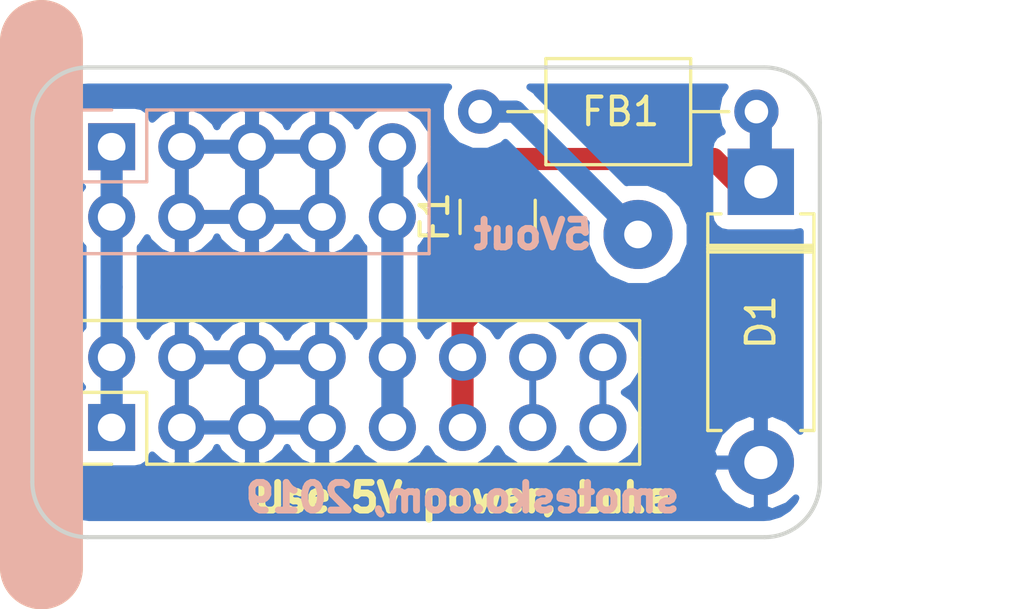
<source format=kicad_pcb>
(kicad_pcb (version 20171130) (host pcbnew "(5.0.2-5-10.14)")

  (general
    (thickness 1.6)
    (drawings 13)
    (tracks 21)
    (zones 0)
    (modules 6)
    (nets 9)
  )

  (page A4)
  (layers
    (0 F.Cu signal)
    (31 B.Cu signal)
    (32 B.Adhes user)
    (33 F.Adhes user)
    (34 B.Paste user)
    (35 F.Paste user)
    (36 B.SilkS user)
    (37 F.SilkS user)
    (38 B.Mask user)
    (39 F.Mask user)
    (40 Dwgs.User user)
    (41 Cmts.User user)
    (42 Eco1.User user)
    (43 Eco2.User user)
    (44 Edge.Cuts user)
    (45 Margin user)
    (46 B.CrtYd user)
    (47 F.CrtYd user)
    (48 B.Fab user hide)
    (49 F.Fab user hide)
  )

  (setup
    (last_trace_width 0.25)
    (trace_clearance 0.2)
    (zone_clearance 0.508)
    (zone_45_only no)
    (trace_min 0.2)
    (segment_width 0.2)
    (edge_width 0.15)
    (via_size 0.8)
    (via_drill 0.4)
    (via_min_size 0.4)
    (via_min_drill 0.3)
    (uvia_size 0.3)
    (uvia_drill 0.1)
    (uvias_allowed no)
    (uvia_min_size 0.2)
    (uvia_min_drill 0.1)
    (pcb_text_width 0.3)
    (pcb_text_size 1.5 1.5)
    (mod_edge_width 0.15)
    (mod_text_size 1 1)
    (mod_text_width 0.15)
    (pad_size 1.524 1.524)
    (pad_drill 0.762)
    (pad_to_mask_clearance 0.051)
    (solder_mask_min_width 0.25)
    (aux_axis_origin 0 0)
    (visible_elements FFFFFF7F)
    (pcbplotparams
      (layerselection 0x010fc_ffffffff)
      (usegerberextensions false)
      (usegerberattributes false)
      (usegerberadvancedattributes false)
      (creategerberjobfile false)
      (excludeedgelayer true)
      (linewidth 0.100000)
      (plotframeref false)
      (viasonmask false)
      (mode 1)
      (useauxorigin false)
      (hpglpennumber 1)
      (hpglpenspeed 20)
      (hpglpendiameter 15.000000)
      (psnegative false)
      (psa4output false)
      (plotreference true)
      (plotvalue true)
      (plotinvisibletext false)
      (padsonsilk false)
      (subtractmaskfromsilk false)
      (outputformat 1)
      (mirror false)
      (drillshape 1)
      (scaleselection 1)
      (outputdirectory ""))
  )

  (net 0 "")
  (net 1 "Net-(D1-Pad1)")
  (net 2 GND)
  (net 3 /+5V)
  (net 4 /+5VOUT)
  (net 5 /-12V)
  (net 6 /+12V)
  (net 7 "Net-(J1-Pad13)")
  (net 8 "Net-(J1-Pad15)")

  (net_class Default "This is the default net class."
    (clearance 0.2)
    (trace_width 0.25)
    (via_dia 0.8)
    (via_drill 0.4)
    (uvia_dia 0.3)
    (uvia_drill 0.1)
    (add_net "Net-(J1-Pad13)")
    (add_net "Net-(J1-Pad15)")
  )

  (net_class Power ""
    (clearance 0.2)
    (trace_width 0.8)
    (via_dia 0.8)
    (via_drill 0.5)
    (uvia_dia 0.3)
    (uvia_drill 0.1)
    (add_net /+12V)
    (add_net /+5V)
    (add_net /+5VOUT)
    (add_net /-12V)
    (add_net GND)
    (add_net "Net-(D1-Pad1)")
  )

  (module Diode_THT:D_DO-15_P10.16mm_Horizontal (layer F.Cu) (tedit 5C83C7E3) (tstamp 5C904048)
    (at 126.365 104.14 270)
    (descr "Diode, DO-15 series, Axial, Horizontal, pin pitch=10.16mm, , length*diameter=7.6*3.6mm^2, , http://www.diodes.com/_files/packages/DO-15.pdf")
    (tags "Diode DO-15 series Axial Horizontal pin pitch 10.16mm  length 7.6mm diameter 3.6mm")
    (path /5C8441E7)
    (fp_text reference D1 (at 5.08 0 270) (layer F.SilkS)
      (effects (font (size 1 1) (thickness 0.15)))
    )
    (fp_text value SA5.0A (at 5.08 2.92 270) (layer F.Fab)
      (effects (font (size 1 1) (thickness 0.15)))
    )
    (fp_line (start 1.28 -1.8) (end 1.28 1.8) (layer F.Fab) (width 0.1))
    (fp_line (start 1.28 1.8) (end 8.88 1.8) (layer F.Fab) (width 0.1))
    (fp_line (start 8.88 1.8) (end 8.88 -1.8) (layer F.Fab) (width 0.1))
    (fp_line (start 8.88 -1.8) (end 1.28 -1.8) (layer F.Fab) (width 0.1))
    (fp_line (start 0 0) (end 1.28 0) (layer F.Fab) (width 0.1))
    (fp_line (start 10.16 0) (end 8.88 0) (layer F.Fab) (width 0.1))
    (fp_line (start 2.42 -1.8) (end 2.42 1.8) (layer F.Fab) (width 0.1))
    (fp_line (start 2.52 -1.8) (end 2.52 1.8) (layer F.Fab) (width 0.1))
    (fp_line (start 2.32 -1.8) (end 2.32 1.8) (layer F.Fab) (width 0.1))
    (fp_line (start 1.16 -1.44) (end 1.16 -1.92) (layer F.SilkS) (width 0.12))
    (fp_line (start 1.16 -1.92) (end 9 -1.92) (layer F.SilkS) (width 0.12))
    (fp_line (start 9 -1.92) (end 9 -1.44) (layer F.SilkS) (width 0.12))
    (fp_line (start 1.16 1.44) (end 1.16 1.92) (layer F.SilkS) (width 0.12))
    (fp_line (start 1.16 1.92) (end 9 1.92) (layer F.SilkS) (width 0.12))
    (fp_line (start 9 1.92) (end 9 1.44) (layer F.SilkS) (width 0.12))
    (fp_line (start 2.42 -1.92) (end 2.42 1.92) (layer F.SilkS) (width 0.12))
    (fp_line (start 2.54 -1.92) (end 2.54 1.92) (layer F.SilkS) (width 0.12))
    (fp_line (start 2.3 -1.92) (end 2.3 1.92) (layer F.SilkS) (width 0.12))
    (fp_line (start -1.45 -2.05) (end -1.45 2.05) (layer F.CrtYd) (width 0.05))
    (fp_line (start -1.45 2.05) (end 11.61 2.05) (layer F.CrtYd) (width 0.05))
    (fp_line (start 11.61 2.05) (end 11.61 -2.05) (layer F.CrtYd) (width 0.05))
    (fp_line (start 11.61 -2.05) (end -1.45 -2.05) (layer F.CrtYd) (width 0.05))
    (fp_text user %R (at 5.65 0 270) (layer F.Fab)
      (effects (font (size 1 1) (thickness 0.15)))
    )
    (fp_text user K (at 0 -2.2 270) (layer F.Fab)
      (effects (font (size 1 1) (thickness 0.15)))
    )
    (fp_text user K (at 0 -2.2 270) (layer F.SilkS) hide
      (effects (font (size 1 1) (thickness 0.15)))
    )
    (pad 1 thru_hole rect (at 0 0 270) (size 2.4 2.4) (drill 1.2) (layers *.Cu *.Mask)
      (net 1 "Net-(D1-Pad1)"))
    (pad 2 thru_hole oval (at 10.16 0 270) (size 2.4 2.4) (drill 1.2) (layers *.Cu *.Mask)
      (net 2 GND))
    (model ${KISYS3DMOD}/Diode_THT.3dshapes/D_DO-15_P10.16mm_Horizontal.wrl
      (at (xyz 0 0 0))
      (scale (xyz 1 1 1))
      (rotate (xyz 0 0 0))
    )
  )

  (module Connector_Wire:SolderWirePad_1x01_Drill1mm (layer F.Cu) (tedit 5C83C4B0) (tstamp 5C9031C7)
    (at 121.92 106.045)
    (descr "Wire solder connection")
    (tags connector)
    (path /5C8480F9)
    (attr virtual)
    (fp_text reference J2 (at -2.54 0) (layer F.SilkS) hide
      (effects (font (size 1 1) (thickness 0.15)))
    )
    (fp_text value 01x01 (at 0 3.175) (layer F.Fab)
      (effects (font (size 1 1) (thickness 0.15)))
    )
    (fp_text user %R (at 0 0) (layer F.Fab)
      (effects (font (size 1 1) (thickness 0.15)))
    )
    (fp_line (start -1.75 -1.75) (end 1.75 -1.75) (layer F.CrtYd) (width 0.05))
    (fp_line (start -1.75 -1.75) (end -1.75 1.75) (layer F.CrtYd) (width 0.05))
    (fp_line (start 1.75 1.75) (end 1.75 -1.75) (layer F.CrtYd) (width 0.05))
    (fp_line (start 1.75 1.75) (end -1.75 1.75) (layer F.CrtYd) (width 0.05))
    (pad 1 thru_hole circle (at 0 0) (size 2.49936 2.49936) (drill 1.00076) (layers *.Cu *.Mask)
      (net 4 /+5VOUT))
  )

  (module Connector_PinHeader_2.54mm:PinHeader_2x05_P2.54mm_Vertical (layer B.Cu) (tedit 5C83C4A4) (tstamp 5C9031E7)
    (at 102.87 102.87 270)
    (descr "Through hole straight pin header, 2x05, 2.54mm pitch, double rows")
    (tags "Through hole pin header THT 2x05 2.54mm double row")
    (path /5C83BA9A)
    (fp_text reference J3 (at -2.54 0 270) (layer B.SilkS) hide
      (effects (font (size 1 1) (thickness 0.15)) (justify mirror))
    )
    (fp_text value 02x05 (at 1.27 -12.49 270) (layer B.Fab)
      (effects (font (size 1 1) (thickness 0.15)) (justify mirror))
    )
    (fp_line (start 0 1.27) (end 3.81 1.27) (layer B.Fab) (width 0.1))
    (fp_line (start 3.81 1.27) (end 3.81 -11.43) (layer B.Fab) (width 0.1))
    (fp_line (start 3.81 -11.43) (end -1.27 -11.43) (layer B.Fab) (width 0.1))
    (fp_line (start -1.27 -11.43) (end -1.27 0) (layer B.Fab) (width 0.1))
    (fp_line (start -1.27 0) (end 0 1.27) (layer B.Fab) (width 0.1))
    (fp_line (start -1.33 -11.49) (end 3.87 -11.49) (layer B.SilkS) (width 0.12))
    (fp_line (start -1.33 -1.27) (end -1.33 -11.49) (layer B.SilkS) (width 0.12))
    (fp_line (start 3.87 1.33) (end 3.87 -11.49) (layer B.SilkS) (width 0.12))
    (fp_line (start -1.33 -1.27) (end 1.27 -1.27) (layer B.SilkS) (width 0.12))
    (fp_line (start 1.27 -1.27) (end 1.27 1.33) (layer B.SilkS) (width 0.12))
    (fp_line (start 1.27 1.33) (end 3.87 1.33) (layer B.SilkS) (width 0.12))
    (fp_line (start -1.33 0) (end -1.33 1.33) (layer B.SilkS) (width 0.12))
    (fp_line (start -1.33 1.33) (end 0 1.33) (layer B.SilkS) (width 0.12))
    (fp_line (start -1.8 1.8) (end -1.8 -11.95) (layer B.CrtYd) (width 0.05))
    (fp_line (start -1.8 -11.95) (end 4.35 -11.95) (layer B.CrtYd) (width 0.05))
    (fp_line (start 4.35 -11.95) (end 4.35 1.8) (layer B.CrtYd) (width 0.05))
    (fp_line (start 4.35 1.8) (end -1.8 1.8) (layer B.CrtYd) (width 0.05))
    (fp_text user %R (at 1.27 -5.08 180) (layer B.Fab)
      (effects (font (size 1 1) (thickness 0.15)) (justify mirror))
    )
    (pad 1 thru_hole rect (at 0 0 270) (size 1.7 1.7) (drill 1) (layers *.Cu *.Mask)
      (net 5 /-12V))
    (pad 2 thru_hole oval (at 2.54 0 270) (size 1.7 1.7) (drill 1) (layers *.Cu *.Mask)
      (net 5 /-12V))
    (pad 3 thru_hole oval (at 0 -2.54 270) (size 1.7 1.7) (drill 1) (layers *.Cu *.Mask)
      (net 2 GND))
    (pad 4 thru_hole oval (at 2.54 -2.54 270) (size 1.7 1.7) (drill 1) (layers *.Cu *.Mask)
      (net 2 GND))
    (pad 5 thru_hole oval (at 0 -5.08 270) (size 1.7 1.7) (drill 1) (layers *.Cu *.Mask)
      (net 2 GND))
    (pad 6 thru_hole oval (at 2.54 -5.08 270) (size 1.7 1.7) (drill 1) (layers *.Cu *.Mask)
      (net 2 GND))
    (pad 7 thru_hole oval (at 0 -7.62 270) (size 1.7 1.7) (drill 1) (layers *.Cu *.Mask)
      (net 2 GND))
    (pad 8 thru_hole oval (at 2.54 -7.62 270) (size 1.7 1.7) (drill 1) (layers *.Cu *.Mask)
      (net 2 GND))
    (pad 9 thru_hole oval (at 0 -10.16 270) (size 1.7 1.7) (drill 1) (layers *.Cu *.Mask)
      (net 6 /+12V))
    (pad 10 thru_hole oval (at 2.54 -10.16 270) (size 1.7 1.7) (drill 1) (layers *.Cu *.Mask)
      (net 6 /+12V))
    (model ${KISYS3DMOD}/Connector_PinHeader_2.54mm.3dshapes/PinHeader_2x05_P2.54mm_Vertical.wrl
      (at (xyz 0 0 0))
      (scale (xyz 1 1 1))
      (rotate (xyz 0 0 0))
    )
  )

  (module Fuse:Fuse_1210_3225Metric (layer F.Cu) (tedit 5B301BBE) (tstamp 5C90335B)
    (at 116.84 105.41 90)
    (descr "Fuse SMD 1210 (3225 Metric), square (rectangular) end terminal, IPC_7351 nominal, (Body size source: http://www.tortai-tech.com/upload/download/2011102023233369053.pdf), generated with kicad-footprint-generator")
    (tags resistor)
    (path /5C84429D)
    (attr smd)
    (fp_text reference F1 (at 0 -2.28 90) (layer F.SilkS)
      (effects (font (size 1 1) (thickness 0.15)))
    )
    (fp_text value Fuse_Small (at 0 2.28 90) (layer F.Fab)
      (effects (font (size 1 1) (thickness 0.15)))
    )
    (fp_line (start -1.6 1.25) (end -1.6 -1.25) (layer F.Fab) (width 0.1))
    (fp_line (start -1.6 -1.25) (end 1.6 -1.25) (layer F.Fab) (width 0.1))
    (fp_line (start 1.6 -1.25) (end 1.6 1.25) (layer F.Fab) (width 0.1))
    (fp_line (start 1.6 1.25) (end -1.6 1.25) (layer F.Fab) (width 0.1))
    (fp_line (start -0.602064 -1.36) (end 0.602064 -1.36) (layer F.SilkS) (width 0.12))
    (fp_line (start -0.602064 1.36) (end 0.602064 1.36) (layer F.SilkS) (width 0.12))
    (fp_line (start -2.28 1.58) (end -2.28 -1.58) (layer F.CrtYd) (width 0.05))
    (fp_line (start -2.28 -1.58) (end 2.28 -1.58) (layer F.CrtYd) (width 0.05))
    (fp_line (start 2.28 -1.58) (end 2.28 1.58) (layer F.CrtYd) (width 0.05))
    (fp_line (start 2.28 1.58) (end -2.28 1.58) (layer F.CrtYd) (width 0.05))
    (fp_text user %R (at 0 0 90) (layer F.Fab)
      (effects (font (size 0.8 0.8) (thickness 0.12)))
    )
    (pad 1 smd roundrect (at -1.4 0 90) (size 1.25 2.65) (layers F.Cu F.Paste F.Mask) (roundrect_rratio 0.2)
      (net 3 /+5V))
    (pad 2 smd roundrect (at 1.4 0 90) (size 1.25 2.65) (layers F.Cu F.Paste F.Mask) (roundrect_rratio 0.2)
      (net 1 "Net-(D1-Pad1)"))
    (model ${KISYS3DMOD}/Fuse.3dshapes/Fuse_1210_3225Metric.wrl
      (at (xyz 0 0 0))
      (scale (xyz 1 1 1))
      (rotate (xyz 0 0 0))
    )
  )

  (module Inductor_THT:L_Axial_L5.0mm_D3.6mm_P10.00mm_Horizontal_Murata_BL01RN1A2A2 (layer F.Cu) (tedit 5BC67E52) (tstamp 5C90318F)
    (at 116.205 101.6)
    (descr "Inductor, Murata BL01RN1A2A2, Axial, Horizontal, pin pitch=10.00mm, length*diameter=5*3.6mm, https://www.murata.com/en-global/products/productdetail?partno=BL01RN1A2A2%23")
    (tags "inductor axial horizontal")
    (path /5C84AE8A)
    (fp_text reference FB1 (at 5.08 0) (layer F.SilkS)
      (effects (font (size 1 1) (thickness 0.15)))
    )
    (fp_text value Ferrite_Bead (at 5 3) (layer F.Fab)
      (effects (font (size 1 1) (thickness 0.15)))
    )
    (fp_line (start 2.5 -1.8) (end 2.5 1.8) (layer F.Fab) (width 0.1))
    (fp_line (start 2.5 1.8) (end 7.5 1.8) (layer F.Fab) (width 0.1))
    (fp_line (start 7.5 1.8) (end 7.5 -1.8) (layer F.Fab) (width 0.1))
    (fp_line (start 7.5 -1.8) (end 2.5 -1.8) (layer F.Fab) (width 0.1))
    (fp_line (start 0 0) (end 2.5 0) (layer F.Fab) (width 0.1))
    (fp_line (start 10 0) (end 7.5 0) (layer F.Fab) (width 0.1))
    (fp_line (start 2.38 -1.92) (end 2.38 1.92) (layer F.SilkS) (width 0.12))
    (fp_line (start 2.38 1.92) (end 7.62 1.92) (layer F.SilkS) (width 0.12))
    (fp_line (start 7.62 1.92) (end 7.62 -1.92) (layer F.SilkS) (width 0.12))
    (fp_line (start 7.62 -1.92) (end 2.38 -1.92) (layer F.SilkS) (width 0.12))
    (fp_line (start 1 0) (end 2.38 0) (layer F.SilkS) (width 0.12))
    (fp_line (start 9 0) (end 7.62 0) (layer F.SilkS) (width 0.12))
    (fp_line (start -1.05 -2.05) (end -1.05 2.05) (layer F.CrtYd) (width 0.05))
    (fp_line (start -1.05 2.05) (end 11.05 2.05) (layer F.CrtYd) (width 0.05))
    (fp_line (start 11.05 2.05) (end 11.05 -2.05) (layer F.CrtYd) (width 0.05))
    (fp_line (start 11.05 -2.05) (end -1.05 -2.05) (layer F.CrtYd) (width 0.05))
    (fp_text user %R (at 5 0) (layer F.Fab)
      (effects (font (size 1 1) (thickness 0.15)))
    )
    (pad 1 thru_hole circle (at 0 0) (size 1.6 1.6) (drill 0.85) (layers *.Cu *.Mask)
      (net 4 /+5VOUT))
    (pad 2 thru_hole oval (at 10 0) (size 1.6 1.6) (drill 0.85) (layers *.Cu *.Mask)
      (net 1 "Net-(D1-Pad1)"))
    (model ${KISYS3DMOD}/Inductor_THT.3dshapes/L_Axial_L5.0mm_D3.6mm_P10.00mm_Horizontal_Murata_BL01RN1A2A2.wrl
      (at (xyz 0 0 0))
      (scale (xyz 1 1 1))
      (rotate (xyz 0 0 0))
    )
  )

  (module Connector_PinHeader_2.54mm:PinHeader_2x08_P2.54mm_Vertical (layer F.Cu) (tedit 59FED5CC) (tstamp 5C903C2A)
    (at 102.87 113.03 90)
    (descr "Through hole straight pin header, 2x08, 2.54mm pitch, double rows")
    (tags "Through hole pin header THT 2x08 2.54mm double row")
    (path /5C83C829)
    (fp_text reference J1 (at 1.27 -2.33 90) (layer F.SilkS)
      (effects (font (size 1 1) (thickness 0.15)))
    )
    (fp_text value 02x08 (at 1.27 20.11 90) (layer F.Fab)
      (effects (font (size 1 1) (thickness 0.15)))
    )
    (fp_line (start 0 -1.27) (end 3.81 -1.27) (layer F.Fab) (width 0.1))
    (fp_line (start 3.81 -1.27) (end 3.81 19.05) (layer F.Fab) (width 0.1))
    (fp_line (start 3.81 19.05) (end -1.27 19.05) (layer F.Fab) (width 0.1))
    (fp_line (start -1.27 19.05) (end -1.27 0) (layer F.Fab) (width 0.1))
    (fp_line (start -1.27 0) (end 0 -1.27) (layer F.Fab) (width 0.1))
    (fp_line (start -1.33 19.11) (end 3.87 19.11) (layer F.SilkS) (width 0.12))
    (fp_line (start -1.33 1.27) (end -1.33 19.11) (layer F.SilkS) (width 0.12))
    (fp_line (start 3.87 -1.33) (end 3.87 19.11) (layer F.SilkS) (width 0.12))
    (fp_line (start -1.33 1.27) (end 1.27 1.27) (layer F.SilkS) (width 0.12))
    (fp_line (start 1.27 1.27) (end 1.27 -1.33) (layer F.SilkS) (width 0.12))
    (fp_line (start 1.27 -1.33) (end 3.87 -1.33) (layer F.SilkS) (width 0.12))
    (fp_line (start -1.33 0) (end -1.33 -1.33) (layer F.SilkS) (width 0.12))
    (fp_line (start -1.33 -1.33) (end 0 -1.33) (layer F.SilkS) (width 0.12))
    (fp_line (start -1.8 -1.8) (end -1.8 19.55) (layer F.CrtYd) (width 0.05))
    (fp_line (start -1.8 19.55) (end 4.35 19.55) (layer F.CrtYd) (width 0.05))
    (fp_line (start 4.35 19.55) (end 4.35 -1.8) (layer F.CrtYd) (width 0.05))
    (fp_line (start 4.35 -1.8) (end -1.8 -1.8) (layer F.CrtYd) (width 0.05))
    (fp_text user %R (at 1.27 8.89 180) (layer F.Fab)
      (effects (font (size 1 1) (thickness 0.15)))
    )
    (pad 1 thru_hole rect (at 0 0 90) (size 1.7 1.7) (drill 1) (layers *.Cu *.Mask)
      (net 5 /-12V))
    (pad 2 thru_hole oval (at 2.54 0 90) (size 1.7 1.7) (drill 1) (layers *.Cu *.Mask)
      (net 5 /-12V))
    (pad 3 thru_hole oval (at 0 2.54 90) (size 1.7 1.7) (drill 1) (layers *.Cu *.Mask)
      (net 2 GND))
    (pad 4 thru_hole oval (at 2.54 2.54 90) (size 1.7 1.7) (drill 1) (layers *.Cu *.Mask)
      (net 2 GND))
    (pad 5 thru_hole oval (at 0 5.08 90) (size 1.7 1.7) (drill 1) (layers *.Cu *.Mask)
      (net 2 GND))
    (pad 6 thru_hole oval (at 2.54 5.08 90) (size 1.7 1.7) (drill 1) (layers *.Cu *.Mask)
      (net 2 GND))
    (pad 7 thru_hole oval (at 0 7.62 90) (size 1.7 1.7) (drill 1) (layers *.Cu *.Mask)
      (net 2 GND))
    (pad 8 thru_hole oval (at 2.54 7.62 90) (size 1.7 1.7) (drill 1) (layers *.Cu *.Mask)
      (net 2 GND))
    (pad 9 thru_hole oval (at 0 10.16 90) (size 1.7 1.7) (drill 1) (layers *.Cu *.Mask)
      (net 6 /+12V))
    (pad 10 thru_hole oval (at 2.54 10.16 90) (size 1.7 1.7) (drill 1) (layers *.Cu *.Mask)
      (net 6 /+12V))
    (pad 11 thru_hole oval (at 0 12.7 90) (size 1.7 1.7) (drill 1) (layers *.Cu *.Mask)
      (net 3 /+5V))
    (pad 12 thru_hole oval (at 2.54 12.7 90) (size 1.7 1.7) (drill 1) (layers *.Cu *.Mask)
      (net 3 /+5V))
    (pad 13 thru_hole oval (at 0 15.24 90) (size 1.7 1.7) (drill 1) (layers *.Cu *.Mask)
      (net 7 "Net-(J1-Pad13)"))
    (pad 14 thru_hole oval (at 2.54 15.24 90) (size 1.7 1.7) (drill 1) (layers *.Cu *.Mask)
      (net 7 "Net-(J1-Pad13)"))
    (pad 15 thru_hole oval (at 0 17.78 90) (size 1.7 1.7) (drill 1) (layers *.Cu *.Mask)
      (net 8 "Net-(J1-Pad15)"))
    (pad 16 thru_hole oval (at 2.54 17.78 90) (size 1.7 1.7) (drill 1) (layers *.Cu *.Mask)
      (net 8 "Net-(J1-Pad15)"))
    (model ${KISYS3DMOD}/Connector_PinHeader_2.54mm.3dshapes/PinHeader_2x08_P2.54mm_Vertical.wrl
      (at (xyz 0 0 0))
      (scale (xyz 1 1 1))
      (rotate (xyz 0 0 0))
    )
  )

  (gr_arc (start 102 115) (end 100 115) (angle -90) (layer Edge.Cuts) (width 0.15))
  (gr_arc (start 126.5 115) (end 126.5 117) (angle -90) (layer Edge.Cuts) (width 0.15))
  (gr_arc (start 126.5 102) (end 128.5 102) (angle -90) (layer Edge.Cuts) (width 0.15))
  (gr_arc (start 102 102) (end 102 100) (angle -90) (layer Edge.Cuts) (width 0.15))
  (gr_text "smotesko.com, 2019" (at 115.57 115.57) (layer B.SilkS)
    (effects (font (size 1 1) (thickness 0.25)) (justify mirror))
  )
  (gr_text "Use 5V power, Luke" (at 115.57 115.57) (layer F.SilkS)
    (effects (font (size 1 1) (thickness 0.25)))
  )
  (gr_text 5Vout (at 118.11 106.045) (layer B.SilkS)
    (effects (font (size 1 1) (thickness 0.25)) (justify mirror))
  )
  (gr_line (start 126.5 117) (end 102 117) (layer Edge.Cuts) (width 0.15))
  (gr_line (start 100.33 118.11) (end 100.33 99.06) (layer F.SilkS) (width 3))
  (gr_line (start 128.5 102) (end 128.5 115) (layer Edge.Cuts) (width 0.15))
  (gr_line (start 100 102) (end 100 115) (layer Edge.Cuts) (width 0.15))
  (gr_line (start 100.33 118.11) (end 100.33 99.06) (layer B.SilkS) (width 3) (tstamp 5C903B88))
  (gr_line (start 102 100) (end 126.5 100) (layer Edge.Cuts) (width 0.15))

  (segment (start 117.53571 103.31429) (end 124.65071 103.31429) (width 0.8) (layer F.Cu) (net 1))
  (segment (start 116.84 104.01) (end 117.53571 103.31429) (width 0.8) (layer F.Cu) (net 1))
  (segment (start 125.47642 104.14) (end 126.365 104.14) (width 0.8) (layer F.Cu) (net 1))
  (segment (start 124.65071 103.31429) (end 125.47642 104.14) (width 0.8) (layer F.Cu) (net 1))
  (segment (start 126.365 101.76) (end 126.205 101.6) (width 0.8) (layer B.Cu) (net 1))
  (segment (start 126.365 104.14) (end 126.365 101.76) (width 0.8) (layer B.Cu) (net 1))
  (segment (start 115.57 113.03) (end 115.57 110.49) (width 0.8) (layer F.Cu) (net 3))
  (segment (start 115.57 110.49) (end 115.57 109.22) (width 0.8) (layer F.Cu) (net 3))
  (segment (start 115.57 109.22) (end 116.84 107.95) (width 0.8) (layer F.Cu) (net 3))
  (segment (start 116.84 107.95) (end 116.84 106.81) (width 0.8) (layer F.Cu) (net 3))
  (segment (start 117.475 101.6) (end 121.92 106.045) (width 0.8) (layer B.Cu) (net 4))
  (segment (start 116.205 101.6) (end 117.475 101.6) (width 0.8) (layer B.Cu) (net 4))
  (segment (start 102.87 110.49) (end 102.87 113.03) (width 0.8) (layer B.Cu) (net 5))
  (segment (start 102.87 107.95) (end 102.87 110.49) (width 0.8) (layer B.Cu) (net 5))
  (segment (start 102.87 102.87) (end 102.87 105.41) (width 0.8) (layer B.Cu) (net 5))
  (segment (start 102.87 107.95) (end 102.87 105.41) (width 0.8) (layer B.Cu) (net 5))
  (segment (start 113.03 113.03) (end 113.03 110.49) (width 0.8) (layer B.Cu) (net 6))
  (segment (start 113.03 105.41) (end 113.03 102.87) (width 0.8) (layer B.Cu) (net 6))
  (segment (start 113.03 105.41) (end 113.03 110.49) (width 0.8) (layer B.Cu) (net 6))
  (segment (start 118.11 110.49) (end 118.11 113.03) (width 0.25) (layer B.Cu) (net 7))
  (segment (start 120.65 110.49) (end 120.65 113.03) (width 0.25) (layer B.Cu) (net 8))

  (zone (net 2) (net_name GND) (layer B.Cu) (tstamp 0) (hatch edge 0.508)
    (connect_pads (clearance 0.508))
    (min_thickness 0.254)
    (fill yes (arc_segments 16) (thermal_gap 0.508) (thermal_bridge_width 0.508))
    (polygon
      (pts
        (xy 99.06 99.06) (xy 135.89 99.06) (xy 135.89 118.11) (xy 99.06 118.11)
      )
    )
    (filled_polygon
      (pts
        (xy 114.988466 100.787138) (xy 114.77 101.314561) (xy 114.77 101.885439) (xy 114.988466 102.412862) (xy 115.392138 102.816534)
        (xy 115.919561 103.035) (xy 116.490439 103.035) (xy 117.017862 102.816534) (xy 117.122843 102.711553) (xy 120.048817 105.637528)
        (xy 120.03532 105.670114) (xy 120.03532 106.419886) (xy 120.322245 107.112585) (xy 120.852415 107.642755) (xy 121.545114 107.92968)
        (xy 122.294886 107.92968) (xy 122.987585 107.642755) (xy 123.517755 107.112585) (xy 123.80468 106.419886) (xy 123.80468 105.670114)
        (xy 123.517755 104.977415) (xy 122.987585 104.447245) (xy 122.294886 104.16032) (xy 121.545114 104.16032) (xy 121.512528 104.173817)
        (xy 118.278937 100.940227) (xy 118.221193 100.853807) (xy 118.005971 100.71) (xy 125.07382 100.71) (xy 124.85326 101.040091)
        (xy 124.741887 101.6) (xy 124.85326 102.159909) (xy 124.968068 102.331732) (xy 124.917235 102.341843) (xy 124.707191 102.482191)
        (xy 124.566843 102.692235) (xy 124.51756 102.94) (xy 124.51756 105.34) (xy 124.566843 105.587765) (xy 124.707191 105.797809)
        (xy 124.917235 105.938157) (xy 125.165 105.98744) (xy 127.565 105.98744) (xy 127.79 105.942685) (xy 127.790001 113.169782)
        (xy 127.338258 112.744358) (xy 126.776805 112.511805) (xy 126.492 112.628568) (xy 126.492 114.173) (xy 126.512 114.173)
        (xy 126.512 114.427) (xy 126.492 114.427) (xy 126.492 115.971432) (xy 126.776805 116.088195) (xy 127.338258 115.855642)
        (xy 127.631352 115.579624) (xy 127.580661 115.691112) (xy 127.343251 115.966639) (xy 127.038056 116.164456) (xy 126.666083 116.2757)
        (xy 126.473652 116.29) (xy 102.05058 116.29) (xy 101.639973 116.231197) (xy 101.308888 116.080661) (xy 101.033361 115.843251)
        (xy 100.835544 115.538056) (xy 100.7243 115.166083) (xy 100.71 114.973652) (xy 100.71 114.711807) (xy 124.576797 114.711807)
        (xy 124.870508 115.364776) (xy 125.391742 115.855642) (xy 125.953195 116.088195) (xy 126.238 115.971432) (xy 126.238 114.427)
        (xy 124.693142 114.427) (xy 124.576797 114.711807) (xy 100.71 114.711807) (xy 100.71 105.41) (xy 101.355908 105.41)
        (xy 101.471161 105.989418) (xy 101.799375 106.480625) (xy 101.835001 106.504429) (xy 101.835 107.848065) (xy 101.835 107.848066)
        (xy 101.835001 109.395571) (xy 101.799375 109.419375) (xy 101.471161 109.910582) (xy 101.355908 110.49) (xy 101.471161 111.069418)
        (xy 101.799375 111.560625) (xy 101.817619 111.572816) (xy 101.772235 111.581843) (xy 101.562191 111.722191) (xy 101.421843 111.932235)
        (xy 101.37256 112.18) (xy 101.37256 113.88) (xy 101.421843 114.127765) (xy 101.562191 114.337809) (xy 101.772235 114.478157)
        (xy 102.02 114.52744) (xy 103.72 114.52744) (xy 103.967765 114.478157) (xy 104.177809 114.337809) (xy 104.318157 114.127765)
        (xy 104.338739 114.024292) (xy 104.643076 114.301645) (xy 105.05311 114.471476) (xy 105.283 114.350155) (xy 105.283 113.157)
        (xy 105.537 113.157) (xy 105.537 114.350155) (xy 105.76689 114.471476) (xy 106.176924 114.301645) (xy 106.605183 113.911358)
        (xy 106.68 113.752046) (xy 106.754817 113.911358) (xy 107.183076 114.301645) (xy 107.59311 114.471476) (xy 107.823 114.350155)
        (xy 107.823 113.157) (xy 108.077 113.157) (xy 108.077 114.350155) (xy 108.30689 114.471476) (xy 108.716924 114.301645)
        (xy 109.145183 113.911358) (xy 109.22 113.752046) (xy 109.294817 113.911358) (xy 109.723076 114.301645) (xy 110.13311 114.471476)
        (xy 110.363 114.350155) (xy 110.363 113.157) (xy 108.077 113.157) (xy 107.823 113.157) (xy 105.537 113.157)
        (xy 105.283 113.157) (xy 105.263 113.157) (xy 105.263 112.903) (xy 105.283 112.903) (xy 105.283 110.617)
        (xy 105.537 110.617) (xy 105.537 112.903) (xy 107.823 112.903) (xy 107.823 110.617) (xy 108.077 110.617)
        (xy 108.077 112.903) (xy 110.363 112.903) (xy 110.363 110.617) (xy 108.077 110.617) (xy 107.823 110.617)
        (xy 105.537 110.617) (xy 105.283 110.617) (xy 105.263 110.617) (xy 105.263 110.363) (xy 105.283 110.363)
        (xy 105.283 109.169845) (xy 105.537 109.169845) (xy 105.537 110.363) (xy 107.823 110.363) (xy 107.823 109.169845)
        (xy 108.077 109.169845) (xy 108.077 110.363) (xy 110.363 110.363) (xy 110.363 109.169845) (xy 110.13311 109.048524)
        (xy 109.723076 109.218355) (xy 109.294817 109.608642) (xy 109.22 109.767954) (xy 109.145183 109.608642) (xy 108.716924 109.218355)
        (xy 108.30689 109.048524) (xy 108.077 109.169845) (xy 107.823 109.169845) (xy 107.59311 109.048524) (xy 107.183076 109.218355)
        (xy 106.754817 109.608642) (xy 106.68 109.767954) (xy 106.605183 109.608642) (xy 106.176924 109.218355) (xy 105.76689 109.048524)
        (xy 105.537 109.169845) (xy 105.283 109.169845) (xy 105.05311 109.048524) (xy 104.643076 109.218355) (xy 104.214817 109.608642)
        (xy 104.153843 109.738478) (xy 103.940625 109.419375) (xy 103.905 109.395571) (xy 103.905 106.504429) (xy 103.940625 106.480625)
        (xy 104.153843 106.161522) (xy 104.214817 106.291358) (xy 104.643076 106.681645) (xy 105.05311 106.851476) (xy 105.283 106.730155)
        (xy 105.283 105.537) (xy 105.537 105.537) (xy 105.537 106.730155) (xy 105.76689 106.851476) (xy 106.176924 106.681645)
        (xy 106.605183 106.291358) (xy 106.68 106.132046) (xy 106.754817 106.291358) (xy 107.183076 106.681645) (xy 107.59311 106.851476)
        (xy 107.823 106.730155) (xy 107.823 105.537) (xy 108.077 105.537) (xy 108.077 106.730155) (xy 108.30689 106.851476)
        (xy 108.716924 106.681645) (xy 109.145183 106.291358) (xy 109.22 106.132046) (xy 109.294817 106.291358) (xy 109.723076 106.681645)
        (xy 110.13311 106.851476) (xy 110.363 106.730155) (xy 110.363 105.537) (xy 108.077 105.537) (xy 107.823 105.537)
        (xy 105.537 105.537) (xy 105.283 105.537) (xy 105.263 105.537) (xy 105.263 105.283) (xy 105.283 105.283)
        (xy 105.283 102.997) (xy 105.537 102.997) (xy 105.537 105.283) (xy 107.823 105.283) (xy 107.823 102.997)
        (xy 108.077 102.997) (xy 108.077 105.283) (xy 110.363 105.283) (xy 110.363 102.997) (xy 108.077 102.997)
        (xy 107.823 102.997) (xy 105.537 102.997) (xy 105.283 102.997) (xy 105.263 102.997) (xy 105.263 102.743)
        (xy 105.283 102.743) (xy 105.283 101.549845) (xy 105.537 101.549845) (xy 105.537 102.743) (xy 107.823 102.743)
        (xy 107.823 101.549845) (xy 108.077 101.549845) (xy 108.077 102.743) (xy 110.363 102.743) (xy 110.363 101.549845)
        (xy 110.617 101.549845) (xy 110.617 102.743) (xy 110.637 102.743) (xy 110.637 102.997) (xy 110.617 102.997)
        (xy 110.617 105.283) (xy 110.637 105.283) (xy 110.637 105.537) (xy 110.617 105.537) (xy 110.617 106.730155)
        (xy 110.84689 106.851476) (xy 111.256924 106.681645) (xy 111.685183 106.291358) (xy 111.746157 106.161522) (xy 111.959375 106.480625)
        (xy 111.995 106.504429) (xy 111.995001 109.395571) (xy 111.959375 109.419375) (xy 111.746157 109.738478) (xy 111.685183 109.608642)
        (xy 111.256924 109.218355) (xy 110.84689 109.048524) (xy 110.617 109.169845) (xy 110.617 110.363) (xy 110.637 110.363)
        (xy 110.637 110.617) (xy 110.617 110.617) (xy 110.617 112.903) (xy 110.637 112.903) (xy 110.637 113.157)
        (xy 110.617 113.157) (xy 110.617 114.350155) (xy 110.84689 114.471476) (xy 111.256924 114.301645) (xy 111.685183 113.911358)
        (xy 111.746157 113.781522) (xy 111.959375 114.100625) (xy 112.450582 114.428839) (xy 112.883744 114.515) (xy 113.176256 114.515)
        (xy 113.609418 114.428839) (xy 114.100625 114.100625) (xy 114.3 113.802239) (xy 114.499375 114.100625) (xy 114.990582 114.428839)
        (xy 115.423744 114.515) (xy 115.716256 114.515) (xy 116.149418 114.428839) (xy 116.640625 114.100625) (xy 116.84 113.802239)
        (xy 117.039375 114.100625) (xy 117.530582 114.428839) (xy 117.963744 114.515) (xy 118.256256 114.515) (xy 118.689418 114.428839)
        (xy 119.180625 114.100625) (xy 119.38 113.802239) (xy 119.579375 114.100625) (xy 120.070582 114.428839) (xy 120.503744 114.515)
        (xy 120.796256 114.515) (xy 121.229418 114.428839) (xy 121.720625 114.100625) (xy 121.862567 113.888193) (xy 124.576797 113.888193)
        (xy 124.693142 114.173) (xy 126.238 114.173) (xy 126.238 112.628568) (xy 125.953195 112.511805) (xy 125.391742 112.744358)
        (xy 124.870508 113.235224) (xy 124.576797 113.888193) (xy 121.862567 113.888193) (xy 122.048839 113.609418) (xy 122.164092 113.03)
        (xy 122.048839 112.450582) (xy 121.720625 111.959375) (xy 121.422239 111.76) (xy 121.720625 111.560625) (xy 122.048839 111.069418)
        (xy 122.164092 110.49) (xy 122.048839 109.910582) (xy 121.720625 109.419375) (xy 121.229418 109.091161) (xy 120.796256 109.005)
        (xy 120.503744 109.005) (xy 120.070582 109.091161) (xy 119.579375 109.419375) (xy 119.38 109.717761) (xy 119.180625 109.419375)
        (xy 118.689418 109.091161) (xy 118.256256 109.005) (xy 117.963744 109.005) (xy 117.530582 109.091161) (xy 117.039375 109.419375)
        (xy 116.84 109.717761) (xy 116.640625 109.419375) (xy 116.149418 109.091161) (xy 115.716256 109.005) (xy 115.423744 109.005)
        (xy 114.990582 109.091161) (xy 114.499375 109.419375) (xy 114.3 109.717761) (xy 114.100625 109.419375) (xy 114.065 109.395571)
        (xy 114.065 106.504429) (xy 114.100625 106.480625) (xy 114.428839 105.989418) (xy 114.544092 105.41) (xy 114.428839 104.830582)
        (xy 114.100625 104.339375) (xy 114.065 104.315571) (xy 114.065 103.964429) (xy 114.100625 103.940625) (xy 114.428839 103.449418)
        (xy 114.544092 102.87) (xy 114.428839 102.290582) (xy 114.100625 101.799375) (xy 113.609418 101.471161) (xy 113.176256 101.385)
        (xy 112.883744 101.385) (xy 112.450582 101.471161) (xy 111.959375 101.799375) (xy 111.746157 102.118478) (xy 111.685183 101.988642)
        (xy 111.256924 101.598355) (xy 110.84689 101.428524) (xy 110.617 101.549845) (xy 110.363 101.549845) (xy 110.13311 101.428524)
        (xy 109.723076 101.598355) (xy 109.294817 101.988642) (xy 109.22 102.147954) (xy 109.145183 101.988642) (xy 108.716924 101.598355)
        (xy 108.30689 101.428524) (xy 108.077 101.549845) (xy 107.823 101.549845) (xy 107.59311 101.428524) (xy 107.183076 101.598355)
        (xy 106.754817 101.988642) (xy 106.68 102.147954) (xy 106.605183 101.988642) (xy 106.176924 101.598355) (xy 105.76689 101.428524)
        (xy 105.537 101.549845) (xy 105.283 101.549845) (xy 105.05311 101.428524) (xy 104.643076 101.598355) (xy 104.338739 101.875708)
        (xy 104.318157 101.772235) (xy 104.177809 101.562191) (xy 103.967765 101.421843) (xy 103.72 101.37256) (xy 102.02 101.37256)
        (xy 101.772235 101.421843) (xy 101.562191 101.562191) (xy 101.421843 101.772235) (xy 101.37256 102.02) (xy 101.37256 103.72)
        (xy 101.421843 103.967765) (xy 101.562191 104.177809) (xy 101.772235 104.318157) (xy 101.817619 104.327184) (xy 101.799375 104.339375)
        (xy 101.471161 104.830582) (xy 101.355908 105.41) (xy 100.71 105.41) (xy 100.71 102.05058) (xy 100.768803 101.639973)
        (xy 100.919338 101.30889) (xy 101.156749 101.033361) (xy 101.461944 100.835544) (xy 101.833917 100.7243) (xy 102.026348 100.71)
        (xy 115.065604 100.71)
      )
    )
  )
)

</source>
